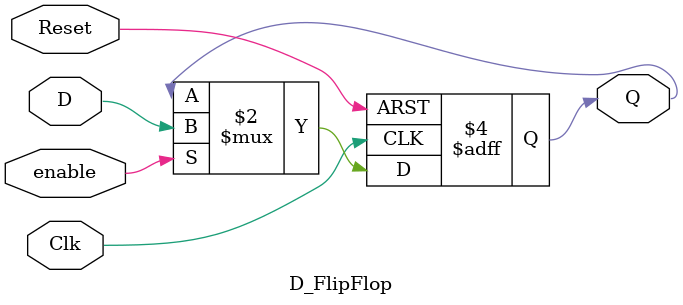
<source format=v>
module D_FlipFlop (
    input Clk,           // Clock signal
    input Reset,         // Reset signal
    input D,             // Data input (input in VHDL)
    input enable,        // Enable signal
    output reg Q         // Output (buffer in VHDL, but in Verilog, just use reg type for output)
);

    always @(posedge Clk or posedge Reset) begin
        if (Reset) begin
            Q <= 1'b0;      // Asynchronous reset to 0
        end else if (enable) begin
            Q <= D;         // Load input into the flip-flop when enable is high
        end
    end

endmodule

</source>
